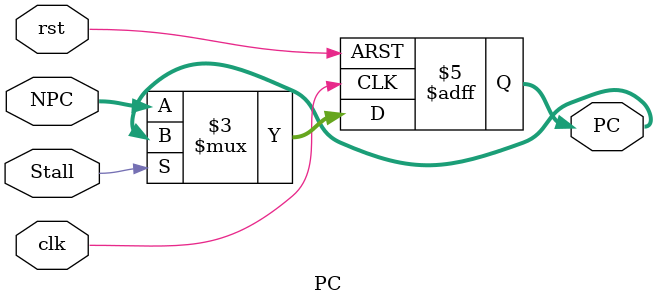
<source format=v>
module PC( clk, rst, NPC, Stall, PC );

  input            clk;
  input            rst;
  input     [31:0] NPC;
  input            Stall;
  output reg  [31:0] PC;

  always @(negedge clk or posedge rst)
    if (rst) 
      PC <= 32'h0000_0000;
//      PC <= 32'h0000_3000;
    else if (~Stall) begin
      PC <= NPC;
    end
      
endmodule


</source>
